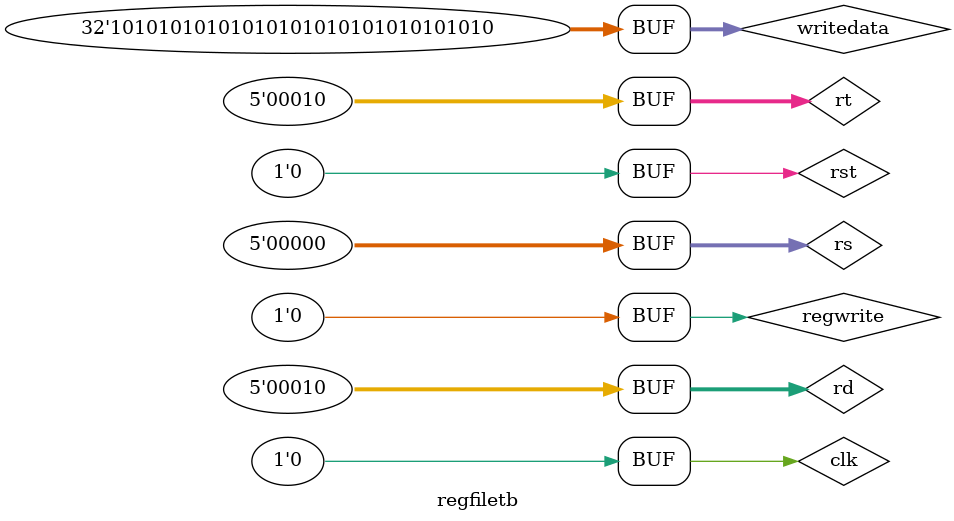
<source format=v>
`timescale 1ns / 1ps
module regfiletb();
reg clk, rst, regwrite;
reg [4:0] rs, rt, rd;
reg [31:0] writedata;
wire [31:0] A_readdat1, B_readdat2;
regfile REGFILETB(clk, rst, regwrite, rs, rt, rd, writedata, A_readdat1, B_readdat2);
initial begin
$dumpfile("dump.vcd");
$dumpvars(0, regfiletb);
end
initial begin
	clk = 0;
	repeat(200) #1 clk=~clk;
end
initial begin
	regwrite =0;
	rst =1;
	rs =0;
	rt =2;
	rd =2;
	writedata = 32'hAAAAAAAA;
	#10 rst = 0;
	#10 regwrite = 1;
	#10 regwrite = 0;
	end
endmodule

</source>
